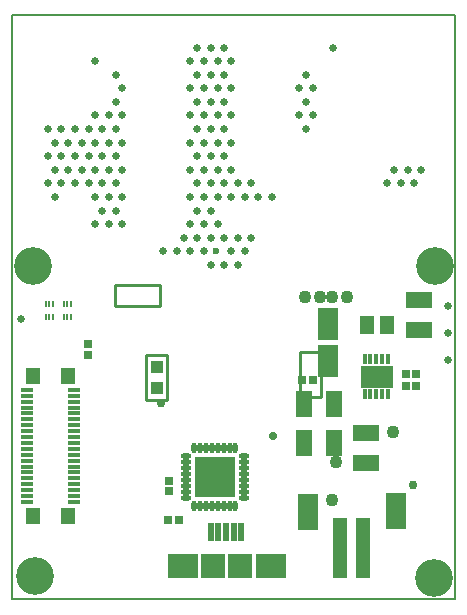
<source format=gbs>
%FSLAX25Y25*%
%MOIN*%
G70*
G01*
G75*
G04 Layer_Color=16711935*
%ADD10C,0.01244*%
%ADD11C,0.01772*%
%ADD12C,0.00787*%
%ADD13C,0.01000*%
%ADD14C,0.01575*%
%ADD15R,0.01969X0.01969*%
%ADD16R,0.01969X0.01969*%
%ADD17R,0.19291X0.19291*%
%ADD18O,0.00984X0.02756*%
%ADD19O,0.02756X0.00984*%
%ADD20R,0.04134X0.04134*%
%ADD21R,0.04134X0.08858*%
%ADD22R,0.01083X0.00984*%
%ADD23R,0.01083X0.01969*%
%ADD24R,0.03150X0.06693*%
%ADD25R,0.07992X0.05000*%
%ADD26R,0.05512X0.04724*%
%ADD27R,0.12992X0.12992*%
%ADD28O,0.00984X0.03150*%
%ADD29O,0.03150X0.00984*%
%ADD30R,0.03937X0.01575*%
%ADD31R,0.03150X0.03543*%
%ADD32R,0.03543X0.03150*%
%ADD33C,0.00787*%
%ADD34R,0.02362X0.01969*%
%ADD35C,0.05906*%
%ADD36O,0.02559X0.00984*%
%ADD37O,0.00984X0.02559*%
%ADD38R,0.11024X0.11024*%
%ADD39R,0.03543X0.06299*%
%ADD40R,0.04921X0.07874*%
%ADD41R,0.05118X0.06693*%
%ADD42O,0.02559X0.00787*%
%ADD43O,0.00787X0.02559*%
%ADD44R,0.03307X0.04803*%
%ADD45R,0.01740X0.01378*%
%ADD46R,0.01772X0.00984*%
%ADD47R,0.02756X0.06299*%
%ADD48C,0.01264*%
%ADD49C,0.01969*%
%ADD50C,0.00866*%
%ADD51C,0.00709*%
%ADD52C,0.00800*%
%ADD53C,0.00591*%
%ADD54C,0.00669*%
%ADD55C,0.00984*%
%ADD56C,0.01181*%
%ADD57C,0.01378*%
%ADD58C,0.01410*%
%ADD59R,0.01953X0.01969*%
%ADD60R,0.02953X0.01969*%
%ADD61R,0.05906X0.04134*%
%ADD62R,0.04423X0.05873*%
%ADD63R,0.09700X0.03900*%
%ADD64R,0.06400X0.04800*%
%ADD65R,0.02400X0.02800*%
%ADD66R,0.02800X0.02400*%
%ADD67R,0.02500X0.02800*%
%ADD68R,0.15900X0.01100*%
%ADD69R,0.02589X0.09647*%
%ADD70R,0.01975X0.09510*%
%ADD71R,0.05649X0.04800*%
%ADD72R,0.18046X0.01322*%
%ADD73R,0.18000X0.02233*%
%ADD74R,0.01364X0.08514*%
%ADD75R,0.01331X0.08465*%
%ADD76R,0.22123X0.02927*%
%ADD77R,0.09823X0.14573*%
%ADD78R,0.08600X0.05500*%
%ADD79R,0.08100X0.05600*%
%ADD80R,0.03700X0.03400*%
%ADD81R,0.06197X0.04400*%
%ADD82R,0.22700X0.03200*%
%ADD83R,0.08421X0.04909*%
%ADD84R,0.01422X0.05191*%
%ADD85R,0.01545X0.00445*%
%ADD86R,0.01558X0.02675*%
%ADD87R,0.04000X0.02020*%
%ADD88C,0.02165*%
%ADD89C,0.01969*%
%ADD90C,0.01575*%
%ADD91C,0.01772*%
%ADD92C,0.11811*%
%ADD93C,0.03543*%
%ADD94C,0.02598*%
%ADD95C,0.02756*%
%ADD96C,0.02559*%
%ADD97C,0.02362*%
%ADD98C,0.02756*%
%ADD99C,0.03937*%
%ADD100R,0.04724X0.05315*%
%ADD101R,0.03937X0.01378*%
%ADD102R,0.03937X0.05709*%
%ADD103R,0.05000X0.07992*%
%ADD104R,0.09843X0.06890*%
%ADD105R,0.00906X0.03150*%
%ADD106R,0.06299X0.09843*%
%ADD107R,0.04724X0.19685*%
%ADD108R,0.06299X0.11811*%
%ADD109O,0.00591X0.01969*%
%ADD110O,0.02953X0.00984*%
%ADD111O,0.00984X0.02953*%
%ADD112R,0.07087X0.07480*%
%ADD113R,0.09055X0.07480*%
%ADD114R,0.01575X0.05512*%
%ADD115C,0.00394*%
%ADD116C,0.00276*%
%ADD117C,0.00291*%
%ADD118R,0.06800X0.02800*%
%ADD119R,0.03123X0.17100*%
%ADD120R,0.05000X0.10600*%
%ADD121R,0.11300X0.04200*%
%ADD122R,0.50400X0.01200*%
%ADD123R,0.02911X0.17100*%
%ADD124R,0.12600X0.02800*%
%ADD125R,0.02756X0.02756*%
%ADD126R,0.02756X0.02756*%
%ADD127R,0.20079X0.20079*%
%ADD128O,0.01772X0.03543*%
%ADD129O,0.03543X0.01772*%
%ADD130R,0.04921X0.04921*%
%ADD131R,0.04921X0.09646*%
%ADD132R,0.01870X0.01772*%
%ADD133R,0.01870X0.02756*%
%ADD134R,0.03937X0.07480*%
%ADD135R,0.08780X0.05787*%
%ADD136R,0.06299X0.05512*%
%ADD137R,0.13780X0.13780*%
%ADD138O,0.01772X0.03937*%
%ADD139O,0.03937X0.01772*%
%ADD140R,0.04567X0.02205*%
%ADD141R,0.03937X0.04331*%
%ADD142R,0.04331X0.03937*%
%ADD143C,0.01339*%
%ADD144R,0.03150X0.02756*%
%ADD145C,0.06693*%
%ADD146O,0.03347X0.01772*%
%ADD147O,0.01772X0.03347*%
%ADD148R,0.11811X0.11811*%
%ADD149R,0.04331X0.07087*%
%ADD150R,0.05709X0.08661*%
%ADD151R,0.05906X0.07480*%
%ADD152O,0.03110X0.01339*%
%ADD153O,0.01339X0.03110*%
%ADD154R,0.04095X0.05591*%
%ADD155R,0.02528X0.02165*%
%ADD156R,0.02165X0.01378*%
%ADD157C,0.02953*%
%ADD158C,0.02126*%
%ADD159C,0.12598*%
%ADD160C,0.04331*%
%ADD161C,0.02559*%
%ADD162C,0.03150*%
%ADD163R,0.05039X0.05630*%
%ADD164R,0.04252X0.01693*%
%ADD165R,0.04724X0.06496*%
%ADD166R,0.05787X0.08780*%
%ADD167R,0.10642X0.07690*%
%ADD168R,0.01299X0.03543*%
%ADD169R,0.07087X0.10630*%
%ADD170R,0.05118X0.20079*%
%ADD171R,0.06693X0.12205*%
%ADD172O,0.00984X0.02362*%
%ADD173O,0.03740X0.01772*%
%ADD174O,0.01772X0.03740*%
%ADD175R,0.07874X0.08268*%
%ADD176R,0.09843X0.08268*%
%ADD177R,0.02362X0.06299*%
%ADD178C,0.02756*%
%ADD179C,0.03386*%
D12*
X0Y0D02*
Y194587D01*
Y0D02*
X147638D01*
X0Y194587D02*
X147638D01*
Y0D02*
Y194587D01*
D13*
X44700Y81500D02*
X51700D01*
Y66500D02*
Y81500D01*
X44700Y66500D02*
X51700D01*
X44700D02*
Y81500D01*
X95811Y67260D02*
Y82260D01*
X102811D01*
Y67260D02*
Y82260D01*
X95811Y67260D02*
X102811D01*
X34189Y104583D02*
X49189D01*
Y97583D02*
Y104583D01*
X34189Y97583D02*
X49189D01*
X34189D02*
Y104583D01*
D97*
X67913Y115945D02*
D03*
D125*
X55564Y26300D02*
D03*
X52021D02*
D03*
X134610Y75000D02*
D03*
X131067D02*
D03*
X96716Y73130D02*
D03*
X100260D02*
D03*
X134610Y71063D02*
D03*
X131067D02*
D03*
D126*
X52264Y35925D02*
D03*
Y39469D02*
D03*
X25098Y81398D02*
D03*
Y84941D02*
D03*
D135*
X135398Y89803D02*
D03*
Y99803D02*
D03*
X117976Y55472D02*
D03*
Y45472D02*
D03*
D137*
X67500Y40700D02*
D03*
D141*
X48200Y70413D02*
D03*
Y77500D02*
D03*
D157*
X49400Y65500D02*
D03*
X133465Y38189D02*
D03*
X118110Y75780D02*
D03*
Y72631D02*
D03*
X121457D02*
D03*
Y75780D02*
D03*
X124705D02*
D03*
Y72631D02*
D03*
D159*
X140748Y111024D02*
D03*
X6791D02*
D03*
X140551Y7087D02*
D03*
X7480Y7874D02*
D03*
D160*
X106600Y100600D02*
D03*
X97701Y100591D02*
D03*
X102622D02*
D03*
X126736Y55709D02*
D03*
X111400Y100600D02*
D03*
X107972Y45571D02*
D03*
X106595Y32972D02*
D03*
D161*
X2756Y93307D02*
D03*
X14075Y143111D02*
D03*
X11811Y147638D02*
D03*
X18603Y152166D02*
D03*
X20866Y138583D02*
D03*
Y147638D02*
D03*
X23130Y152166D02*
D03*
X27658Y125000D02*
D03*
X25394Y138583D02*
D03*
X27658Y143111D02*
D03*
Y161221D02*
D03*
X32185Y125000D02*
D03*
X29921Y138583D02*
D03*
X32185Y143111D02*
D03*
Y152166D02*
D03*
Y161221D02*
D03*
X36713Y125000D02*
D03*
X34449Y129528D02*
D03*
X36713Y143111D02*
D03*
X34449Y156693D02*
D03*
X36713Y161221D02*
D03*
X34449Y165748D02*
D03*
Y174803D02*
D03*
X50296Y115945D02*
D03*
X54823D02*
D03*
X57087Y120473D02*
D03*
X59351Y143111D02*
D03*
Y170276D02*
D03*
Y179331D02*
D03*
X63878Y115945D02*
D03*
Y125000D02*
D03*
X61614Y138583D02*
D03*
Y156693D02*
D03*
Y165748D02*
D03*
Y174803D02*
D03*
X66142Y111418D02*
D03*
X68406Y125000D02*
D03*
Y134055D02*
D03*
X66142Y147638D02*
D03*
X68406Y152166D02*
D03*
X66142Y156693D02*
D03*
Y165748D02*
D03*
X68406Y170276D02*
D03*
X66142Y183859D02*
D03*
X70670Y120473D02*
D03*
Y138583D02*
D03*
X72933Y143111D02*
D03*
Y152166D02*
D03*
X70670Y165748D02*
D03*
X72933Y170276D02*
D03*
X70670Y174803D02*
D03*
X75197Y120473D02*
D03*
Y138583D02*
D03*
X79725D02*
D03*
X95571Y161221D02*
D03*
Y170276D02*
D03*
X97835Y156693D02*
D03*
X100099Y161221D02*
D03*
X97835Y165748D02*
D03*
X100099Y170276D02*
D03*
X106890Y183859D02*
D03*
X127264Y143111D02*
D03*
X129528Y138583D02*
D03*
X134055D02*
D03*
X136319Y143111D02*
D03*
X145374Y79725D02*
D03*
Y88780D02*
D03*
X14075Y134055D02*
D03*
X11811Y138583D02*
D03*
X14075Y152166D02*
D03*
X11811Y156693D02*
D03*
X16339Y138583D02*
D03*
X18603Y143111D02*
D03*
X16339Y147638D02*
D03*
Y156693D02*
D03*
X23130Y143111D02*
D03*
X20866Y156693D02*
D03*
X27658Y134055D02*
D03*
X25394Y147638D02*
D03*
X27658Y152166D02*
D03*
X25394Y156693D02*
D03*
X27658Y179331D02*
D03*
X29921Y129528D02*
D03*
X32185Y134055D02*
D03*
X29921Y147638D02*
D03*
Y156693D02*
D03*
X36713Y134055D02*
D03*
X34449Y138583D02*
D03*
Y147638D02*
D03*
X36713Y152166D02*
D03*
Y170276D02*
D03*
X59351Y115945D02*
D03*
Y125000D02*
D03*
Y134055D02*
D03*
Y152166D02*
D03*
Y161221D02*
D03*
X61614Y120473D02*
D03*
Y129528D02*
D03*
X63878Y134055D02*
D03*
Y143111D02*
D03*
X61614Y147638D02*
D03*
X63878Y152166D02*
D03*
Y161221D02*
D03*
Y170276D02*
D03*
Y179331D02*
D03*
X61614Y183859D02*
D03*
X66142Y120473D02*
D03*
Y129528D02*
D03*
Y138583D02*
D03*
X68406Y143111D02*
D03*
Y161221D02*
D03*
X66142Y174803D02*
D03*
X68406Y179331D02*
D03*
X70670Y111418D02*
D03*
X72933Y115945D02*
D03*
Y134055D02*
D03*
X70670Y147638D02*
D03*
Y156693D02*
D03*
X72933Y161221D02*
D03*
Y179331D02*
D03*
X70670Y183859D02*
D03*
X75197Y111418D02*
D03*
X77461Y115945D02*
D03*
Y134055D02*
D03*
X79725Y120473D02*
D03*
X81988Y134055D02*
D03*
X86516D02*
D03*
X97835Y174803D02*
D03*
X125000Y138583D02*
D03*
X131792Y143111D02*
D03*
X145374Y97835D02*
D03*
D163*
X18701Y74409D02*
D03*
X6890D02*
D03*
Y27854D02*
D03*
X18701D02*
D03*
D164*
X20571Y32382D02*
D03*
Y34350D02*
D03*
Y36319D02*
D03*
Y38287D02*
D03*
Y40256D02*
D03*
Y42224D02*
D03*
Y44193D02*
D03*
Y46161D02*
D03*
Y48130D02*
D03*
Y50098D02*
D03*
Y52067D02*
D03*
Y54035D02*
D03*
Y56004D02*
D03*
Y57972D02*
D03*
Y59941D02*
D03*
Y61909D02*
D03*
Y63878D02*
D03*
Y65846D02*
D03*
Y67815D02*
D03*
Y69784D02*
D03*
X5020Y69784D02*
D03*
Y67815D02*
D03*
Y65847D02*
D03*
Y63878D02*
D03*
Y61910D02*
D03*
Y59941D02*
D03*
Y57972D02*
D03*
Y56004D02*
D03*
Y54035D02*
D03*
Y52067D02*
D03*
Y50098D02*
D03*
Y48130D02*
D03*
Y46161D02*
D03*
Y44193D02*
D03*
Y42224D02*
D03*
Y40256D02*
D03*
Y38287D02*
D03*
Y36319D02*
D03*
Y34350D02*
D03*
Y32382D02*
D03*
Y34350D02*
D03*
D165*
X125000Y91430D02*
D03*
X118307D02*
D03*
D166*
X97150Y64961D02*
D03*
X107150D02*
D03*
X97150Y52067D02*
D03*
X107150D02*
D03*
D167*
X121421Y74213D02*
D03*
D168*
X117421Y80013D02*
D03*
X119390D02*
D03*
X121358D02*
D03*
X123327D02*
D03*
X125295D02*
D03*
Y68398D02*
D03*
X123327D02*
D03*
X121358D02*
D03*
X119390D02*
D03*
X117421D02*
D03*
D169*
X105083Y91732D02*
D03*
Y79527D02*
D03*
D170*
X109100Y16900D02*
D03*
X116974D02*
D03*
D171*
X128000Y29300D02*
D03*
X98400Y29100D02*
D03*
D172*
X19488Y98524D02*
D03*
X18307D02*
D03*
X17126D02*
D03*
Y94193D02*
D03*
X18307D02*
D03*
X19488D02*
D03*
X13484Y98327D02*
D03*
X12303D02*
D03*
X11122D02*
D03*
Y93996D02*
D03*
X12303D02*
D03*
X13484D02*
D03*
D173*
X77244Y47590D02*
D03*
Y45621D02*
D03*
Y43653D02*
D03*
Y41684D02*
D03*
Y39716D02*
D03*
Y37747D02*
D03*
Y35779D02*
D03*
Y33810D02*
D03*
X57756D02*
D03*
Y35779D02*
D03*
Y37747D02*
D03*
Y39716D02*
D03*
Y41684D02*
D03*
Y43653D02*
D03*
Y45621D02*
D03*
Y47590D02*
D03*
D174*
X74390Y30956D02*
D03*
X72421D02*
D03*
X70453D02*
D03*
X68484D02*
D03*
X66516D02*
D03*
X64547D02*
D03*
X62579D02*
D03*
X60610D02*
D03*
Y50444D02*
D03*
X62579D02*
D03*
X64547D02*
D03*
X66516D02*
D03*
X68484D02*
D03*
X70453D02*
D03*
X72421D02*
D03*
X74390D02*
D03*
D175*
X67000Y11079D02*
D03*
X76000D02*
D03*
D176*
X86300D02*
D03*
X56800D02*
D03*
D177*
X66064Y22300D02*
D03*
X68623D02*
D03*
X71182D02*
D03*
X73741D02*
D03*
X76300D02*
D03*
D178*
X86828Y54267D02*
D03*
D179*
X72224Y45424D02*
D03*
X67500D02*
D03*
X62776D02*
D03*
X72224Y40700D02*
D03*
X67500D02*
D03*
X62776D02*
D03*
X72224Y35976D02*
D03*
X67500D02*
D03*
X62776D02*
D03*
M02*

</source>
